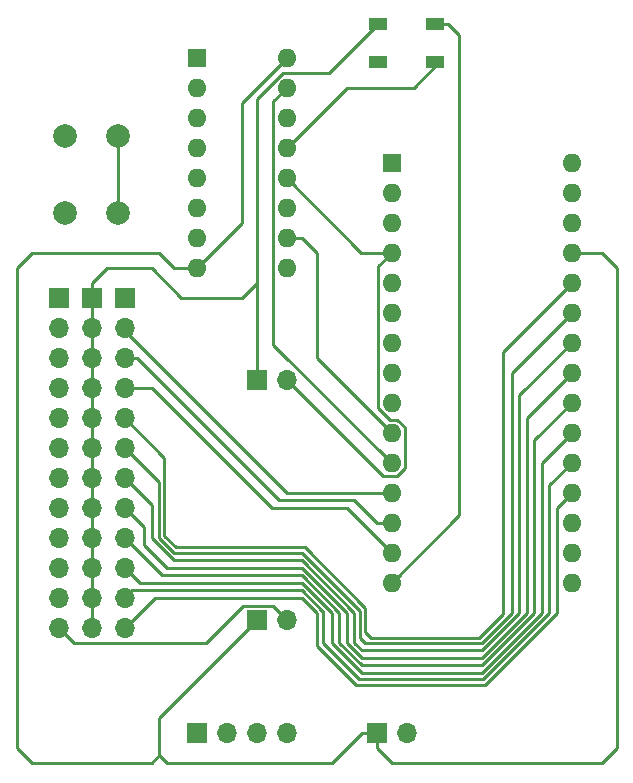
<source format=gbr>
%TF.GenerationSoftware,KiCad,Pcbnew,(6.0.0)*%
%TF.CreationDate,2025-05-03T01:33:45+03:00*%
%TF.ProjectId,board-eng,626f6172-642d-4656-9e67-2e6b69636164,rev?*%
%TF.SameCoordinates,Original*%
%TF.FileFunction,Copper,L1,Top*%
%TF.FilePolarity,Positive*%
%FSLAX46Y46*%
G04 Gerber Fmt 4.6, Leading zero omitted, Abs format (unit mm)*
G04 Created by KiCad (PCBNEW (6.0.0)) date 2025-05-03 01:33:45*
%MOMM*%
%LPD*%
G01*
G04 APERTURE LIST*
%TA.AperFunction,ComponentPad*%
%ADD10R,1.600000X1.600000*%
%TD*%
%TA.AperFunction,ComponentPad*%
%ADD11O,1.600000X1.600000*%
%TD*%
%TA.AperFunction,ComponentPad*%
%ADD12R,1.700000X1.700000*%
%TD*%
%TA.AperFunction,ComponentPad*%
%ADD13O,1.700000X1.700000*%
%TD*%
%TA.AperFunction,SMDPad,CuDef*%
%ADD14R,1.500000X1.000000*%
%TD*%
%TA.AperFunction,ComponentPad*%
%ADD15C,2.000000*%
%TD*%
%TA.AperFunction,Conductor*%
%ADD16C,0.250000*%
%TD*%
G04 APERTURE END LIST*
D10*
%TO.P,A1,1,TX1*%
%TO.N,unconnected-(A1-Pad1)*%
X152410000Y-110490000D03*
D11*
%TO.P,A1,2,RX1*%
%TO.N,unconnected-(A1-Pad2)*%
X152410000Y-113030000D03*
%TO.P,A1,3,~{RESET}*%
%TO.N,unconnected-(A1-Pad3)*%
X152410000Y-115570000D03*
%TO.P,A1,4,GND*%
%TO.N,GND*%
X152410000Y-118110000D03*
%TO.P,A1,5,D2*%
%TO.N,M1A-IN*%
X152410000Y-120650000D03*
%TO.P,A1,6,D3*%
%TO.N,EN1*%
X152410000Y-123190000D03*
%TO.P,A1,7,D4*%
%TO.N,M1B-IN*%
X152410000Y-125730000D03*
%TO.P,A1,8,D5*%
%TO.N,EN2*%
X152410000Y-128270000D03*
%TO.P,A1,9,D6*%
%TO.N,D6*%
X152410000Y-130810000D03*
%TO.P,A1,10,D7*%
%TO.N,M2A-IN*%
X152410000Y-133350000D03*
%TO.P,A1,11,D8*%
%TO.N,M2B-IN*%
X152410000Y-135890000D03*
%TO.P,A1,12,D9*%
%TO.N,D9*%
X152410000Y-138430000D03*
%TO.P,A1,13,D10*%
%TO.N,D10*%
X152410000Y-140970000D03*
%TO.P,A1,14,MOSI*%
%TO.N,D11*%
X152410000Y-143510000D03*
%TO.P,A1,15,MISO*%
%TO.N,LED*%
X152410000Y-146050000D03*
%TO.P,A1,16,SCK*%
%TO.N,BTN*%
X167650000Y-146050000D03*
%TO.P,A1,17,3V3*%
%TO.N,unconnected-(A1-Pad17)*%
X167650000Y-143510000D03*
%TO.P,A1,18,AREF*%
%TO.N,unconnected-(A1-Pad18)*%
X167650000Y-140970000D03*
%TO.P,A1,19,A0*%
%TO.N,A0*%
X167650000Y-138430000D03*
%TO.P,A1,20,A1*%
%TO.N,A1*%
X167650000Y-135890000D03*
%TO.P,A1,21,A2*%
%TO.N,A2*%
X167650000Y-133350000D03*
%TO.P,A1,22,A3*%
%TO.N,A3*%
X167650000Y-130810000D03*
%TO.P,A1,23,SDA/A4*%
%TO.N,A4*%
X167650000Y-128270000D03*
%TO.P,A1,24,SCL/A5*%
%TO.N,A5*%
X167650000Y-125730000D03*
%TO.P,A1,25,A6*%
%TO.N,A6*%
X167650000Y-123190000D03*
%TO.P,A1,26,A7*%
%TO.N,A7*%
X167650000Y-120650000D03*
%TO.P,A1,27,+5V*%
%TO.N,8V*%
X167650000Y-118110000D03*
%TO.P,A1,28,~{RESET}*%
%TO.N,unconnected-(A1-Pad28)*%
X167650000Y-115570000D03*
%TO.P,A1,29,GND*%
%TO.N,GND*%
X167650000Y-113030000D03*
%TO.P,A1,30,VIN*%
%TO.N,unconnected-(A1-Pad30)*%
X167650000Y-110490000D03*
%TD*%
D10*
%TO.P,U1,1,EN1\u002C2*%
%TO.N,EN1*%
X135900000Y-101615000D03*
D11*
%TO.P,U1,2,1A*%
%TO.N,M1A-IN*%
X135900000Y-104155000D03*
%TO.P,U1,3,1Y*%
%TO.N,M1A-OUT*%
X135900000Y-106695000D03*
%TO.P,U1,4,GND*%
%TO.N,GND*%
X135900000Y-109235000D03*
%TO.P,U1,5,GND*%
X135900000Y-111775000D03*
%TO.P,U1,6,2Y*%
%TO.N,M1B-OUT*%
X135900000Y-114315000D03*
%TO.P,U1,7,2A*%
%TO.N,M1B-IN*%
X135900000Y-116855000D03*
%TO.P,U1,8,VCC2*%
%TO.N,8V*%
X135900000Y-119395000D03*
%TO.P,U1,9,EN3\u002C4*%
%TO.N,EN2*%
X143520000Y-119395000D03*
%TO.P,U1,10,3A*%
%TO.N,M2A-IN*%
X143520000Y-116855000D03*
%TO.P,U1,11,3Y*%
%TO.N,M2A-OUT*%
X143520000Y-114315000D03*
%TO.P,U1,12,GND*%
%TO.N,GND*%
X143520000Y-111775000D03*
%TO.P,U1,13,GND*%
X143520000Y-109235000D03*
%TO.P,U1,14,4Y*%
%TO.N,M2B-OUT*%
X143520000Y-106695000D03*
%TO.P,U1,15,4A*%
%TO.N,M2B-IN*%
X143520000Y-104155000D03*
%TO.P,U1,16,VCC1*%
%TO.N,8V*%
X143520000Y-101615000D03*
%TD*%
D12*
%TO.P,J6,1,Pin_1*%
%TO.N,8V*%
X140990000Y-149200000D03*
D13*
%TO.P,J6,2,Pin_2*%
%TO.N,GND*%
X143530000Y-149200000D03*
%TD*%
D12*
%TO.P,5V,1,Pin_1*%
%TO.N,5V*%
X127000000Y-121920000D03*
D13*
%TO.P,5V,2,Pin_2*%
X127000000Y-124460000D03*
%TO.P,5V,3,Pin_3*%
X127000000Y-127000000D03*
%TO.P,5V,4,Pin_4*%
X127000000Y-129540000D03*
%TO.P,5V,5,Pin_5*%
X127000000Y-132080000D03*
%TO.P,5V,6,Pin_6*%
X127000000Y-134620000D03*
%TO.P,5V,7,Pin_7*%
X127000000Y-137160000D03*
%TO.P,5V,8,Pin_8*%
X127000000Y-139700000D03*
%TO.P,5V,9,Pin_9*%
X127000000Y-142240000D03*
%TO.P,5V,10,Pin_10*%
X127000000Y-144780000D03*
%TO.P,5V,11,Pin_11*%
X127000000Y-147320000D03*
%TO.P,5V,12,Pin_12*%
X127000000Y-149860000D03*
%TD*%
D12*
%TO.P,J1,1,Pin_1*%
%TO.N,M1A-OUT*%
X135890000Y-158750000D03*
D13*
%TO.P,J1,2,Pin_2*%
%TO.N,M1B-OUT*%
X138430000Y-158750000D03*
%TO.P,J1,3,Pin_3*%
%TO.N,M2A-OUT*%
X140970000Y-158750000D03*
%TO.P,J1,4,Pin_4*%
%TO.N,M2B-OUT*%
X143510000Y-158750000D03*
%TD*%
D14*
%TO.P,D1,1,VDD*%
%TO.N,5V*%
X151220000Y-98730000D03*
%TO.P,D1,2,DOUT*%
%TO.N,unconnected-(D1-Pad2)*%
X151220000Y-101930000D03*
%TO.P,D1,3,VSS*%
%TO.N,GND*%
X156120000Y-101930000D03*
%TO.P,D1,4,DIN*%
%TO.N,LED*%
X156120000Y-98730000D03*
%TD*%
D13*
%TO.P,ARD,12,Pin_12*%
%TO.N,A0*%
X129794000Y-149860000D03*
%TO.P,ARD,11,Pin_11*%
%TO.N,A1*%
X129794000Y-147320000D03*
%TO.P,ARD,10,Pin_10*%
%TO.N,A2*%
X129794000Y-144780000D03*
%TO.P,ARD,9,Pin_9*%
%TO.N,A3*%
X129794000Y-142240000D03*
%TO.P,ARD,8,Pin_8*%
%TO.N,A4*%
X129794000Y-139700000D03*
%TO.P,ARD,7,Pin_7*%
%TO.N,A5*%
X129794000Y-137160000D03*
%TO.P,ARD,6,Pin_6*%
%TO.N,A6*%
X129794000Y-134620000D03*
%TO.P,ARD,5,Pin_5*%
%TO.N,A7*%
X129794000Y-132080000D03*
%TO.P,ARD,4,Pin_4*%
%TO.N,D11*%
X129794000Y-129540000D03*
%TO.P,ARD,3,Pin_3*%
%TO.N,D10*%
X129794000Y-127000000D03*
%TO.P,ARD,2,Pin_2*%
%TO.N,D9*%
X129794000Y-124460000D03*
D12*
%TO.P,ARD,1,Pin_1*%
%TO.N,D6*%
X129794000Y-121920000D03*
%TD*%
%TO.P,Power 5V,1,Pin_1*%
%TO.N,5V*%
X140990000Y-128880000D03*
D13*
%TO.P,Power 5V,2,Pin_2*%
%TO.N,GND*%
X143530000Y-128880000D03*
%TD*%
D15*
%TO.P,SW1,1*%
%TO.N,BTN*%
X129250000Y-114740000D03*
X129250000Y-108240000D03*
%TO.P,SW1,2*%
%TO.N,GND*%
X124750000Y-114740000D03*
X124750000Y-108240000D03*
%TD*%
D12*
%TO.P,J7,1,Pin_1*%
%TO.N,8V*%
X151130000Y-158750000D03*
D13*
%TO.P,J7,2,Pin_2*%
%TO.N,GND*%
X153670000Y-158750000D03*
%TD*%
D12*
%TO.P,GND,1,Pin_1*%
%TO.N,GND*%
X124206000Y-121920000D03*
D13*
%TO.P,GND,2,Pin_2*%
X124206000Y-124460000D03*
%TO.P,GND,3,Pin_3*%
X124206000Y-127000000D03*
%TO.P,GND,4,Pin_4*%
X124206000Y-129540000D03*
%TO.P,GND,5,Pin_5*%
X124206000Y-132080000D03*
%TO.P,GND,6,Pin_6*%
X124206000Y-134620000D03*
%TO.P,GND,7,Pin_7*%
X124206000Y-137160000D03*
%TO.P,GND,8,Pin_8*%
X124206000Y-139700000D03*
%TO.P,GND,9,Pin_9*%
X124206000Y-142240000D03*
%TO.P,GND,10,Pin_10*%
X124206000Y-144780000D03*
%TO.P,GND,11,Pin_11*%
X124206000Y-147320000D03*
%TO.P,GND,12,Pin_12*%
X124206000Y-149860000D03*
%TD*%
D16*
%TO.N,A6*%
X132715000Y-137541000D02*
X129794000Y-134620000D01*
%TO.N,GND*%
X142355489Y-148025489D02*
X143530000Y-149200000D01*
X136710978Y-151130000D02*
X139815489Y-148025489D01*
X139815489Y-148025489D02*
X142355489Y-148025489D01*
X124206000Y-149860000D02*
X125476000Y-151130000D01*
X125476000Y-151130000D02*
X136710978Y-151130000D01*
%TO.N,8V*%
X132715000Y-157475000D02*
X140990000Y-149200000D01*
X132715000Y-160655000D02*
X132715000Y-157475000D01*
%TO.N,BTN*%
X129250000Y-114740000D02*
X129250000Y-108240000D01*
%TO.N,GND*%
X151664511Y-137014511D02*
X143530000Y-128880000D01*
X153534511Y-132884211D02*
X153534511Y-136355789D01*
X152235189Y-132225489D02*
X152875789Y-132225489D01*
X152875789Y-132225489D02*
X153534511Y-132884211D01*
X152875789Y-137014511D02*
X151664511Y-137014511D01*
X151285489Y-131275789D02*
X152235189Y-132225489D01*
X151285489Y-119234511D02*
X151285489Y-131275789D01*
X153534511Y-136355789D02*
X152875789Y-137014511D01*
X152410000Y-118110000D02*
X151285489Y-119234511D01*
X152410000Y-118110000D02*
X149855000Y-118110000D01*
X149855000Y-118110000D02*
X143520000Y-111775000D01*
%TO.N,A7*%
X133164520Y-135450520D02*
X129794000Y-132080000D01*
X133164520Y-142053084D02*
X133164520Y-135450520D01*
X134113436Y-143002000D02*
X133164520Y-142053084D01*
X145034000Y-143002000D02*
X134113436Y-143002000D01*
X150184674Y-148152674D02*
X145034000Y-143002000D01*
X150184674Y-150184674D02*
X150184674Y-148152674D01*
X150679044Y-150679044D02*
X150184674Y-150184674D01*
X159832366Y-150679044D02*
X150679044Y-150679044D01*
X161798000Y-148713410D02*
X159832366Y-150679044D01*
X161798000Y-126492000D02*
X161798000Y-148713410D01*
X161808000Y-126492000D02*
X161798000Y-126492000D01*
X167650000Y-120650000D02*
X161808000Y-126492000D01*
%TO.N,A0*%
X166370000Y-139710000D02*
X166380000Y-139700000D01*
X166370000Y-148591436D02*
X166370000Y-139710000D01*
X160275436Y-154686000D02*
X166370000Y-148591436D01*
X149352000Y-154686000D02*
X160275436Y-154686000D01*
X146050000Y-151384000D02*
X149352000Y-154686000D01*
X146050000Y-148590000D02*
X146050000Y-151384000D01*
%TO.N,A1*%
X160147718Y-154178000D02*
X165735000Y-148590718D01*
X146558000Y-151130000D02*
X149606000Y-154178000D01*
X146558000Y-148462282D02*
X146558000Y-151130000D01*
X149606000Y-154178000D02*
X149860000Y-154178000D01*
X146494859Y-148399141D02*
X146558000Y-148462282D01*
X144780718Y-146685000D02*
X146494859Y-148399141D01*
X149860000Y-154178000D02*
X160147718Y-154178000D01*
%TO.N,A2*%
X165100000Y-135900000D02*
X167650000Y-133350000D01*
X147320000Y-151130718D02*
X149859282Y-153670000D01*
X147320000Y-148588564D02*
X147320000Y-151130718D01*
X131064000Y-146050000D02*
X144781436Y-146050000D01*
X160020000Y-153670000D02*
X165100000Y-148590000D01*
X149859282Y-153670000D02*
X160020000Y-153670000D01*
X165100000Y-148590000D02*
X165100000Y-135900000D01*
X129794000Y-144780000D02*
X131064000Y-146050000D01*
X144781436Y-146050000D02*
X147320000Y-148588564D01*
%TO.N,A6*%
X132715000Y-142239282D02*
X132715000Y-137541000D01*
X144783948Y-143509641D02*
X133985359Y-143509641D01*
X149735153Y-148460846D02*
X144783948Y-143509641D01*
X150112564Y-151128564D02*
X149735154Y-150751154D01*
X133985359Y-143509641D02*
X132715000Y-142239282D01*
X160018564Y-151128564D02*
X150112564Y-151128564D01*
X149735154Y-150751154D02*
X149735153Y-148460846D01*
X162558564Y-148588564D02*
X160018564Y-151128564D01*
%TO.N,A1*%
X165735000Y-148590000D02*
X165735000Y-148590718D01*
X165735000Y-137805000D02*
X165735000Y-148590000D01*
%TO.N,A6*%
X162558564Y-128281436D02*
X162558564Y-148588564D01*
X167650000Y-123190000D02*
X162558564Y-128281436D01*
%TO.N,D11*%
X148590000Y-139700000D02*
X142240000Y-139700000D01*
X142240000Y-139700000D02*
X132080000Y-129540000D01*
X149225000Y-140335000D02*
X148590000Y-139700000D01*
X149235000Y-140335000D02*
X149225000Y-140335000D01*
X152410000Y-143510000D02*
X149235000Y-140335000D01*
X132080000Y-129540000D02*
X129794000Y-129540000D01*
%TO.N,D10*%
X130810000Y-127000000D02*
X129794000Y-127000000D01*
X149225000Y-139065000D02*
X142875000Y-139065000D01*
X151130000Y-140970000D02*
X149225000Y-139065000D01*
X142875000Y-139065000D02*
X130810000Y-127000000D01*
X152410000Y-140970000D02*
X151130000Y-140970000D01*
%TO.N,A5*%
X132080000Y-139446000D02*
X129794000Y-137160000D01*
X132080000Y-142240000D02*
X132080000Y-139446000D01*
X133985000Y-144145000D02*
X132080000Y-142240000D01*
X144783589Y-144145000D02*
X133985000Y-144145000D01*
X149225000Y-148586411D02*
X144783589Y-144145000D01*
X149225000Y-151128564D02*
X149225000Y-148586411D01*
X149861436Y-151765000D02*
X149225000Y-151128564D01*
X160017846Y-151765000D02*
X149861436Y-151765000D01*
X163193923Y-148588923D02*
X160017846Y-151765000D01*
X163193923Y-130186077D02*
X163193923Y-148588923D01*
X167650000Y-125730000D02*
X163193923Y-130186077D01*
%TO.N,A4*%
X131445000Y-141351000D02*
X129794000Y-139700000D01*
X131445000Y-142875000D02*
X131445000Y-141351000D01*
X133350000Y-144780000D02*
X131445000Y-142875000D01*
X148590359Y-148587488D02*
X144782871Y-144780000D01*
X149860718Y-152400000D02*
X148590359Y-151129641D01*
X160018564Y-152400000D02*
X149860718Y-152400000D01*
X144782871Y-144780000D02*
X133350000Y-144780000D01*
X163829282Y-148589282D02*
X160018564Y-152400000D01*
X163829282Y-132090718D02*
X163829282Y-148589282D01*
X167650000Y-128270000D02*
X163829282Y-132090718D01*
X148590359Y-151129641D02*
X148590359Y-148587488D01*
%TO.N,A3*%
X132969000Y-145415000D02*
X129794000Y-142240000D01*
X144782154Y-145415000D02*
X132969000Y-145415000D01*
X147955000Y-151130000D02*
X147955000Y-148587846D01*
X149859641Y-153034641D02*
X147955000Y-151130000D01*
X160019641Y-153034641D02*
X149859641Y-153034641D01*
X147955000Y-148587846D02*
X144782154Y-145415000D01*
X164465000Y-148589282D02*
X160019641Y-153034641D01*
X164465000Y-133995000D02*
X164465000Y-148589282D01*
X167650000Y-130810000D02*
X164465000Y-133995000D01*
%TO.N,A1*%
X130429000Y-146685000D02*
X129794000Y-147320000D01*
X144780718Y-146685000D02*
X130429000Y-146685000D01*
X167650000Y-135890000D02*
X165735000Y-137805000D01*
%TO.N,A0*%
X144780000Y-147320000D02*
X132334000Y-147320000D01*
X132334000Y-147320000D02*
X129794000Y-149860000D01*
X146050000Y-148590000D02*
X144780000Y-147320000D01*
X166380000Y-139700000D02*
X166370000Y-139700000D01*
X167650000Y-138430000D02*
X166380000Y-139700000D01*
%TO.N,LED*%
X158115000Y-140345000D02*
X152410000Y-146050000D01*
%TO.N,D9*%
X143510000Y-138430000D02*
X129540000Y-124460000D01*
X152410000Y-138430000D02*
X143510000Y-138430000D01*
%TO.N,5V*%
X127000000Y-139700000D02*
X127000000Y-137160000D01*
X127000000Y-139700000D02*
X127000000Y-149860000D01*
X127000000Y-127000000D02*
X127000000Y-137160000D01*
X127000000Y-124460000D02*
X127000000Y-127000000D01*
X127000000Y-121920000D02*
X127000000Y-124460000D01*
X127000000Y-120650000D02*
X127000000Y-121920000D01*
X128270000Y-119380000D02*
X127000000Y-120650000D01*
X132080000Y-119380000D02*
X128270000Y-119380000D01*
X134615000Y-121915000D02*
X132080000Y-119380000D01*
X139745000Y-121915000D02*
X134615000Y-121915000D01*
%TO.N,M2B-IN*%
X142395489Y-105279511D02*
X143520000Y-104155000D01*
X142395489Y-125875489D02*
X142395489Y-105279511D01*
X152410000Y-135890000D02*
X142395489Y-125875489D01*
%TO.N,5V*%
X143214700Y-102870000D02*
X147080000Y-102870000D01*
X147080000Y-102870000D02*
X151220000Y-98730000D01*
X140990000Y-105094700D02*
X143214700Y-102870000D01*
X140990000Y-120670000D02*
X140990000Y-105094700D01*
%TO.N,M2A-IN*%
X144795000Y-116855000D02*
X143520000Y-116855000D01*
X146050000Y-118110000D02*
X144795000Y-116855000D01*
X146050000Y-126990000D02*
X146050000Y-118110000D01*
X152410000Y-133350000D02*
X146050000Y-126990000D01*
%TO.N,5V*%
X140990000Y-120670000D02*
X139745000Y-121915000D01*
X140990000Y-120670000D02*
X140990000Y-128880000D01*
%TO.N,LED*%
X158115000Y-99695000D02*
X158115000Y-140345000D01*
X157150000Y-98730000D02*
X158115000Y-99695000D01*
X156120000Y-98730000D02*
X157150000Y-98730000D01*
%TO.N,GND*%
X148590000Y-104140000D02*
X148590000Y-104165000D01*
X148590000Y-104165000D02*
X143520000Y-109235000D01*
X154305000Y-104140000D02*
X148590000Y-104140000D01*
X156120000Y-102325000D02*
X154305000Y-104140000D01*
X156120000Y-101930000D02*
X156120000Y-102325000D01*
%TO.N,8V*%
X149860000Y-158750000D02*
X151130000Y-158750000D01*
X147320000Y-161290000D02*
X149860000Y-158750000D01*
X133350000Y-161290000D02*
X147320000Y-161290000D01*
X132715000Y-160655000D02*
X133350000Y-161290000D01*
X121920000Y-161290000D02*
X132080000Y-161290000D01*
X120650000Y-160020000D02*
X121920000Y-161290000D01*
X120650000Y-119380000D02*
X120650000Y-160020000D01*
X132715000Y-118110000D02*
X121920000Y-118110000D01*
X121920000Y-118110000D02*
X120650000Y-119380000D01*
X134000000Y-119395000D02*
X132715000Y-118110000D01*
X132080000Y-161290000D02*
X132715000Y-160655000D01*
X135900000Y-119395000D02*
X134000000Y-119395000D01*
X139700000Y-115595000D02*
X135900000Y-119395000D01*
X139700000Y-105435000D02*
X139700000Y-115595000D01*
X143520000Y-101615000D02*
X139700000Y-105435000D01*
X171450000Y-119380000D02*
X170180000Y-118110000D01*
X171450000Y-160020000D02*
X171450000Y-119380000D01*
X152400000Y-161290000D02*
X170180000Y-161290000D01*
X151130000Y-160020000D02*
X152400000Y-161290000D01*
X170180000Y-161290000D02*
X171450000Y-160020000D01*
X170180000Y-118110000D02*
X167650000Y-118110000D01*
X151130000Y-158750000D02*
X151130000Y-160020000D01*
%TD*%
M02*

</source>
